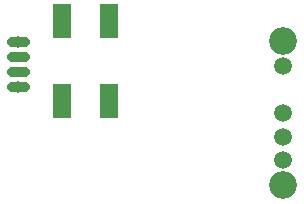
<source format=gts>
G04 EAGLE Gerber RS-274X export*
G75*
%MOMM*%
%FSLAX34Y34*%
%LPD*%
%INSoldermask Top*%
%IPPOS*%
%AMOC8*
5,1,8,0,0,1.08239X$1,22.5*%
G01*
%ADD10R,1.501600X2.851600*%
%ADD11C,0.821600*%
%ADD12C,1.509600*%
%ADD13C,2.351600*%
%ADD14C,1.008000*%


D10*
X466000Y162750D03*
X466000Y95250D03*
X426000Y162750D03*
X426000Y95250D03*
D11*
X394300Y145100D02*
X383700Y145100D01*
X383700Y132400D02*
X394300Y132400D01*
X394300Y119700D02*
X383700Y119700D01*
X383700Y107000D02*
X394300Y107000D01*
D12*
X613000Y125000D03*
X613000Y85000D03*
X613000Y65000D03*
X613000Y45000D03*
D13*
X613000Y146000D03*
X613000Y24000D03*
D14*
X389000Y145000D03*
X389000Y107000D03*
M02*

</source>
